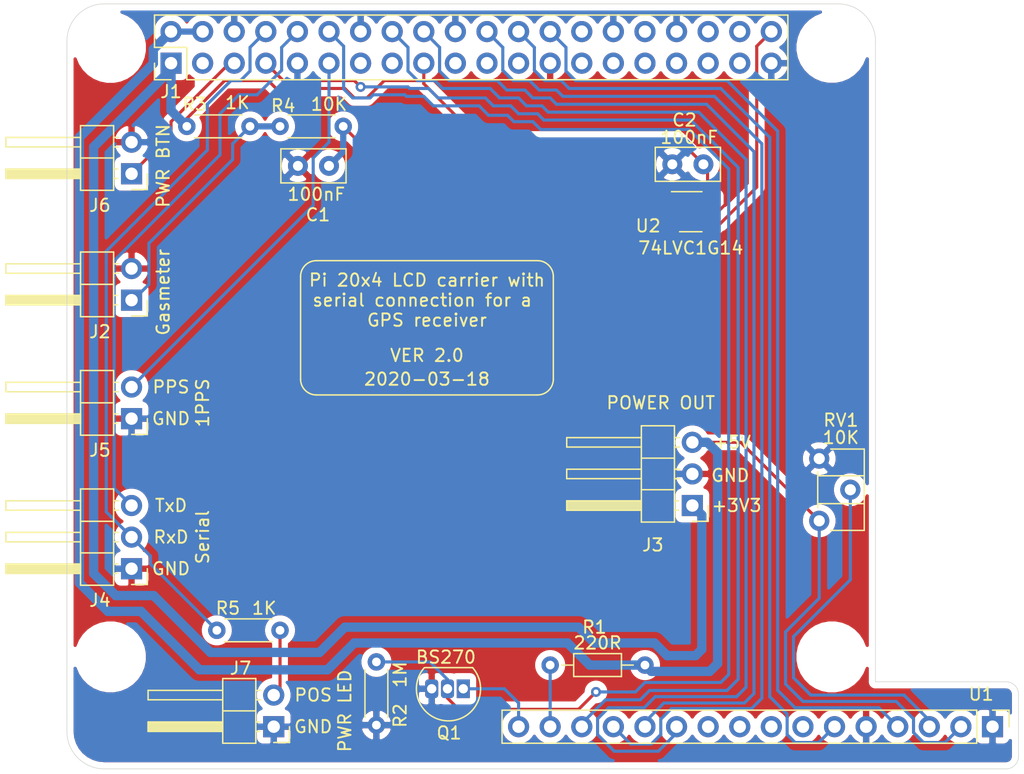
<source format=kicad_pcb>
(kicad_pcb (version 20171130) (host pcbnew 5.1.7-a382d34a8~88~ubuntu18.04.1)
  (layers (0 F.Cu signal) (31 B.Cu signal) (34 B.Paste user) (35 F.Paste user) (36 B.SilkS user) (37 F.SilkS user) (38 B.Mask user) (39 F.Mask user) (44 Edge.Cuts user))
  (net 0 "")
  (net 1 "Net-(C1-Pad1)")
  (net 2 GND)
  (net 3 +3V3)
  (net 4 "Net-(J1-Pad40)")
  (net 5 "Net-(J1-Pad38)")
  (net 6 "Net-(J1-Pad37)")
  (net 7 "Net-(J1-Pad36)")
  (net 8 "Net-(J1-Pad35)")
  (net 9 "Net-(J1-Pad33)")
  (net 10 "Net-(J1-Pad32)")
  (net 11 "Net-(J1-Pad31)")
  (net 12 "Net-(J1-Pad29)")
  (net 13 "Net-(J1-Pad28)")
  (net 14 "Net-(J1-Pad27)")
  (net 15 "Net-(J1-Pad26)")
  (net 16 "Net-(J1-Pad24)")
  (net 17 "Net-(J1-Pad23)")
  (net 18 "Net-(J1-Pad22)")
  (net 19 "Net-(J1-Pad21)")
  (net 20 "Net-(J1-Pad19)")
  (net 21 "Net-(J1-Pad18)")
  (net 22 "Net-(J1-Pad16)")
  (net 23 "Net-(J1-Pad15)")
  (net 24 "Net-(J1-Pad13)")
  (net 25 "Net-(J1-Pad12)")
  (net 26 "Net-(J1-Pad11)")
  (net 27 "Net-(J1-Pad10)")
  (net 28 "Net-(J1-Pad8)")
  (net 29 "Net-(J1-Pad7)")
  (net 30 "Net-(J1-Pad5)")
  (net 31 +5V)
  (net 32 "Net-(J1-Pad3)")
  (net 33 "Net-(J2-Pad1)")
  (net 34 "Net-(J7-Pad2)")
  (net 35 "Net-(R1-Pad2)")
  (net 36 "Net-(U1-Pad10)")
  (net 37 "Net-(U1-Pad9)")
  (net 38 "Net-(U1-Pad8)")
  (net 39 "Net-(U1-Pad7)")
  (net 40 "Net-(RV1-Pad2)")
  (net 41 "Net-(Q1-Pad1)")
  (module Package_TO_SOT_SMD:SOT-23-5_HandSoldering (layer F.Cu) (at 170.653 101.708)
    (fp_text reference U2 (at -3.429 1.143) (layer F.SilkS))
    (fp_text value 74LVC1G14)
    (pad 5 smd rect (at 1.35 -0.95) (size 1.56 0.65) (layers F.Cu F.Paste F.Mask) (net 3 +3V3))
    (pad 4 smd rect (at 1.35 0.95) (size 1.56 0.65) (layers F.Cu F.Paste F.Mask) (net 4 "Net-(J1-Pad40)"))
    (pad 3 smd rect (at -1.35 0.95) (size 1.56 0.65) (layers F.Cu F.Paste F.Mask) (net 2 GND))
    (pad 2 smd rect (at -1.35 0) (size 1.56 0.65) (layers F.Cu F.Paste F.Mask) (net 1 "Net-(C1-Pad1)"))
    (pad 1 smd rect (at -1.35 -0.95) (size 1.56 0.65) (layers F.Cu F.Paste F.Mask))
  )
  (module Capacitor_THT:C_Disc_D5.0mm_W2.5mm_P2.50mm (layer F.Cu) (at 171.669 97.898 180)
    (fp_text reference C2 (at 1.524 3.556) (layer F.SilkS))
    (fp_text value 100N hide)
    (pad 2 thru_hole circle (at 2.5 0 180) (size 1.6 1.6) (drill 0.8) (layers *.Cu *.Mask) (net 2 GND))
    (pad 1 thru_hole circle (at 0 0 180) (size 1.6 1.6) (drill 0.8) (layers *.Cu *.Mask) (net 3 +3V3))
  )
  (module Resistor_THT:R_Axial_DIN0204_L3.6mm_D1.6mm_P5.08mm_Horizontal (layer F.Cu) (at 137.633 135.363 180)
    (fp_text reference R5 (at 4.191 1.778) (layer F.SilkS))
    (fp_text value 1K hide)
    (pad 1 thru_hole circle (at 0 0 180) (size 1.4 1.4) (drill 0.7) (layers *.Cu *.Mask) (net 34 "Net-(J7-Pad2)"))
    (pad 2 thru_hole oval (at 5.08 0 180) (size 1.4 1.4) (drill 0.7) (layers *.Cu *.Mask) (net 28 "Net-(J1-Pad8)"))
  )
  (module Connector_PinHeader_2.54mm:PinHeader_1x02_P2.54mm_Horizontal (layer F.Cu) (at 137.125 143.11 180)
    (fp_text reference J7 (at 2.667 4.699) (layer F.SilkS))
    (fp_text value "PWR LED" hide)
    (pad 2 thru_hole oval (at 0 2.54 180) (size 1.7 1.7) (drill 1) (layers *.Cu *.Mask) (net 34 "Net-(J7-Pad2)"))
    (pad 1 thru_hole rect (at 0 0 180) (size 1.7 1.7) (drill 1) (layers *.Cu *.Mask) (net 2 GND))
  )
  (module Connector_PinHeader_2.54mm:PinHeader_2x20_P2.54mm_Vertical (layer F.Cu) (at 128.87 89.77 90)
    (fp_text reference J1 (at -2.286 0 180) (layer F.SilkS))
    (fp_text value Raspberry_Pi_2_3_4 hide)
    (pad 40 thru_hole oval (at 2.54 48.26 90) (size 1.7 1.7) (drill 1) (layers *.Cu *.Mask) (net 4 "Net-(J1-Pad40)"))
    (pad 39 thru_hole oval (at 0 48.26 90) (size 1.7 1.7) (drill 1) (layers *.Cu *.Mask) (net 2 GND))
    (pad 38 thru_hole oval (at 2.54 45.72 90) (size 1.7 1.7) (drill 1) (layers *.Cu *.Mask) (net 5 "Net-(J1-Pad38)"))
    (pad 37 thru_hole oval (at 0 45.72 90) (size 1.7 1.7) (drill 1) (layers *.Cu *.Mask) (net 6 "Net-(J1-Pad37)"))
    (pad 36 thru_hole oval (at 2.54 43.18 90) (size 1.7 1.7) (drill 1) (layers *.Cu *.Mask) (net 7 "Net-(J1-Pad36)"))
    (pad 35 thru_hole oval (at 0 43.18 90) (size 1.7 1.7) (drill 1) (layers *.Cu *.Mask) (net 8 "Net-(J1-Pad35)"))
    (pad 34 thru_hole oval (at 2.54 40.64 90) (size 1.7 1.7) (drill 1) (layers *.Cu *.Mask) (net 2 GND))
    (pad 33 thru_hole oval (at 0 40.64 90) (size 1.7 1.7) (drill 1) (layers *.Cu *.Mask) (net 9 "Net-(J1-Pad33)"))
    (pad 32 thru_hole oval (at 2.54 38.1 90) (size 1.7 1.7) (drill 1) (layers *.Cu *.Mask) (net 10 "Net-(J1-Pad32)"))
    (pad 31 thru_hole oval (at 0 38.1 90) (size 1.7 1.7) (drill 1) (layers *.Cu *.Mask) (net 11 "Net-(J1-Pad31)"))
    (pad 30 thru_hole oval (at 2.54 35.56 90) (size 1.7 1.7) (drill 1) (layers *.Cu *.Mask) (net 2 GND))
    (pad 29 thru_hole oval (at 0 35.56 90) (size 1.7 1.7) (drill 1) (layers *.Cu *.Mask) (net 12 "Net-(J1-Pad29)"))
    (pad 28 thru_hole oval (at 2.54 33.02 90) (size 1.7 1.7) (drill 1) (layers *.Cu *.Mask) (net 13 "Net-(J1-Pad28)"))
    (pad 27 thru_hole oval (at 0 33.02 90) (size 1.7 1.7) (drill 1) (layers *.Cu *.Mask) (net 14 "Net-(J1-Pad27)"))
    (pad 26 thru_hole oval (at 2.54 30.48 90) (size 1.7 1.7) (drill 1) (layers *.Cu *.Mask) (net 15 "Net-(J1-Pad26)"))
    (pad 25 thru_hole oval (at 0 30.48 90) (size 1.7 1.7) (drill 1) (layers *.Cu *.Mask) (net 2 GND))
    (pad 24 thru_hole oval (at 2.54 27.94 90) (size 1.7 1.7) (drill 1) (layers *.Cu *.Mask) (net 16 "Net-(J1-Pad24)"))
    (pad 23 thru_hole oval (at 0 27.94 90) (size 1.7 1.7) (drill 1) (layers *.Cu *.Mask) (net 17 "Net-(J1-Pad23)"))
    (pad 22 thru_hole oval (at 2.54 25.4 90) (size 1.7 1.7) (drill 1) (layers *.Cu *.Mask) (net 18 "Net-(J1-Pad22)"))
    (pad 21 thru_hole oval (at 0 25.4 90) (size 1.7 1.7) (drill 1) (layers *.Cu *.Mask) (net 19 "Net-(J1-Pad21)"))
    (pad 20 thru_hole oval (at 2.54 22.86 90) (size 1.7 1.7) (drill 1) (layers *.Cu *.Mask) (net 2 GND))
    (pad 19 thru_hole oval (at 0 22.86 90) (size 1.7 1.7) (drill 1) (layers *.Cu *.Mask) (net 20 "Net-(J1-Pad19)"))
    (pad 18 thru_hole oval (at 2.54 20.32 90) (size 1.7 1.7) (drill 1) (layers *.Cu *.Mask) (net 21 "Net-(J1-Pad18)"))
    (pad 17 thru_hole oval (at 0 20.32 90) (size 1.7 1.7) (drill 1) (layers *.Cu *.Mask) (net 3 +3V3))
    (pad 16 thru_hole oval (at 2.54 17.78 90) (size 1.7 1.7) (drill 1) (layers *.Cu *.Mask) (net 22 "Net-(J1-Pad16)"))
    (pad 15 thru_hole oval (at 0 17.78 90) (size 1.7 1.7) (drill 1) (layers *.Cu *.Mask) (net 23 "Net-(J1-Pad15)"))
    (pad 14 thru_hole oval (at 2.54 15.24 90) (size 1.7 1.7) (drill 1) (layers *.Cu *.Mask) (net 2 GND))
    (pad 13 thru_hole oval (at 0 15.24 90) (size 1.7 1.7) (drill 1) (layers *.Cu *.Mask) (net 24 "Net-(J1-Pad13)"))
    (pad 12 thru_hole oval (at 2.54 12.7 90) (size 1.7 1.7) (drill 1) (layers *.Cu *.Mask) (net 25 "Net-(J1-Pad12)"))
    (pad 11 thru_hole oval (at 0 12.7 90) (size 1.7 1.7) (drill 1) (layers *.Cu *.Mask) (net 26 "Net-(J1-Pad11)"))
    (pad 10 thru_hole oval (at 2.54 10.16 90) (size 1.7 1.7) (drill 1) (layers *.Cu *.Mask) (net 27 "Net-(J1-Pad10)"))
    (pad 9 thru_hole oval (at 0 10.16 90) (size 1.7 1.7) (drill 1) (layers *.Cu *.Mask) (net 2 GND))
    (pad 8 thru_hole oval (at 2.54 7.62 90) (size 1.7 1.7) (drill 1) (layers *.Cu *.Mask) (net 28 "Net-(J1-Pad8)"))
    (pad 7 thru_hole oval (at 0 7.62 90) (size 1.7 1.7) (drill 1) (layers *.Cu *.Mask) (net 29 "Net-(J1-Pad7)"))
    (pad 6 thru_hole oval (at 2.54 5.08 90) (size 1.7 1.7) (drill 1) (layers *.Cu *.Mask) (net 2 GND))
    (pad 5 thru_hole oval (at 0 5.08 90) (size 1.7 1.7) (drill 1) (layers *.Cu *.Mask) (net 30 "Net-(J1-Pad5)"))
    (pad 4 thru_hole oval (at 2.54 2.54 90) (size 1.7 1.7) (drill 1) (layers *.Cu *.Mask) (net 31 +5V))
    (pad 3 thru_hole oval (at 0 2.54 90) (size 1.7 1.7) (drill 1) (layers *.Cu *.Mask) (net 32 "Net-(J1-Pad3)"))
    (pad 2 thru_hole oval (at 2.54 0 90) (size 1.7 1.7) (drill 1) (layers *.Cu *.Mask) (net 31 +5V))
    (pad 1 thru_hole rect (at 0 0 90) (size 1.7 1.7) (drill 1) (layers *.Cu *.Mask) (net 3 +3V3))
  )
  (module Connector_PinHeader_2.54mm:PinHeader_1x03_P2.54mm_Horizontal (layer F.Cu) (at 170.78 125.33 180)
    (fp_text reference J3 (at 3.175 -3.175) (layer F.SilkS))
    (fp_text value "Power OUT" hide)
    (pad 1 thru_hole rect (at 0 0 180) (size 1.7 1.7) (drill 1) (layers *.Cu *.Mask) (net 3 +3V3))
    (pad 2 thru_hole oval (at 0 2.54 180) (size 1.7 1.7) (drill 1) (layers *.Cu *.Mask) (net 2 GND))
    (pad 3 thru_hole oval (at 0 5.08 180) (size 1.7 1.7) (drill 1) (layers *.Cu *.Mask) (net 31 +5V))
  )
  (module Connector_PinHeader_2.54mm:PinHeader_1x03_P2.54mm_Horizontal (layer F.Cu) (at 125.695 130.41 180)
    (fp_text reference J4 (at 2.54 -2.54) (layer F.SilkS))
    (fp_text value Serial hide)
    (pad 3 thru_hole oval (at 0 5.08 180) (size 1.7 1.7) (drill 1) (layers *.Cu *.Mask) (net 27 "Net-(J1-Pad10)"))
    (pad 2 thru_hole oval (at 0 2.54 180) (size 1.7 1.7) (drill 1) (layers *.Cu *.Mask) (net 28 "Net-(J1-Pad8)"))
    (pad 1 thru_hole rect (at 0 0 180) (size 1.7 1.7) (drill 1) (layers *.Cu *.Mask) (net 2 GND))
  )
  (module Connector_PinHeader_2.54mm:PinHeader_1x02_P2.54mm_Horizontal (layer F.Cu) (at 125.695 118.345 180)
    (fp_text reference J5 (at 2.54 -2.54) (layer F.SilkS))
    (fp_text value "1PPS in" hide)
    (pad 1 thru_hole rect (at 0 0 180) (size 1.7 1.7) (drill 1) (layers *.Cu *.Mask) (net 2 GND))
    (pad 2 thru_hole oval (at 0 2.54 180) (size 1.7 1.7) (drill 1) (layers *.Cu *.Mask) (net 26 "Net-(J1-Pad11)"))
  )
  (module Connector_PinHeader_2.54mm:PinHeader_1x02_P2.54mm_Horizontal (layer F.Cu) (at 125.695 98.66 180)
    (fp_text reference J6 (at 2.54 -2.54) (layer F.SilkS))
    (fp_text value "POWER BTN" hide)
    (pad 1 thru_hole rect (at 0 0 180) (size 1.7 1.7) (drill 1) (layers *.Cu *.Mask) (net 30 "Net-(J1-Pad5)"))
    (pad 2 thru_hole oval (at 0 2.54 180) (size 1.7 1.7) (drill 1) (layers *.Cu *.Mask) (net 2 GND))
  )
  (module Capacitor_THT:C_Disc_D5.0mm_W2.5mm_P2.50mm (layer F.Cu) (at 141.57 98.025 180)
    (fp_text reference C1 (at 0.889 -3.937 180) (layer F.SilkS))
    (fp_text value 100N hide)
    (pad 1 thru_hole circle (at 0 0 180) (size 1.6 1.6) (drill 0.8) (layers *.Cu *.Mask) (net 1 "Net-(C1-Pad1)"))
    (pad 2 thru_hole circle (at 2.5 0 180) (size 1.6 1.6) (drill 0.8) (layers *.Cu *.Mask) (net 2 GND))
  )
  (module Resistor_THT:R_Axial_DIN0204_L3.6mm_D1.6mm_P5.08mm_Horizontal (layer F.Cu) (at 142.713 94.85 180)
    (fp_text reference R4 (at 4.826 1.651) (layer F.SilkS))
    (fp_text value 10K hide)
    (pad 2 thru_hole oval (at 5.08 0 180) (size 1.4 1.4) (drill 0.7) (layers *.Cu *.Mask) (net 33 "Net-(J2-Pad1)"))
    (pad 1 thru_hole circle (at 0 0 180) (size 1.4 1.4) (drill 0.7) (layers *.Cu *.Mask) (net 1 "Net-(C1-Pad1)"))
  )
  (module Resistor_THT:R_Axial_DIN0204_L3.6mm_D1.6mm_P5.08mm_Horizontal (layer F.Cu) (at 130.14 94.85)
    (fp_text reference R3 (at 0.635 -1.778) (layer F.SilkS))
    (fp_text value 1K hide)
    (pad 2 thru_hole oval (at 5.08 0) (size 1.4 1.4) (drill 0.7) (layers *.Cu *.Mask) (net 33 "Net-(J2-Pad1)"))
    (pad 1 thru_hole circle (at 0 0) (size 1.4 1.4) (drill 0.7) (layers *.Cu *.Mask) (net 3 +3V3))
  )
  (module Connector_PinHeader_2.54mm:PinHeader_1x02_P2.54mm_Horizontal (layer F.Cu) (at 125.695 108.82 180)
    (fp_text reference J2 (at 2.54 -2.54) (layer F.SilkS))
    (fp_text value Gasmeter hide)
    (pad 2 thru_hole oval (at 0 2.54 180) (size 1.7 1.7) (drill 1) (layers *.Cu *.Mask) (net 2 GND))
    (pad 1 thru_hole rect (at 0 0 180) (size 1.7 1.7) (drill 1) (layers *.Cu *.Mask) (net 33 "Net-(J2-Pad1)"))
  )
  (module Resistor_THT:R_Axial_DIN0204_L3.6mm_D1.6mm_P5.08mm_Horizontal (layer F.Cu) (at 145.38 137.903 270)
    (fp_text reference R2 (at 4.318 -1.905 90) (layer F.SilkS))
    (fp_text value 1M hide)
    (pad 2 thru_hole oval (at 5.08 0 270) (size 1.4 1.4) (drill 0.7) (layers *.Cu *.Mask) (net 2 GND))
    (pad 1 thru_hole circle (at 0 0 270) (size 1.4 1.4) (drill 0.7) (layers *.Cu *.Mask) (net 25 "Net-(J1-Pad12)"))
  )
  (module Package_TO_SOT_THT:TO-92L_Inline (layer F.Cu) (at 152.365 140.062 180)
    (fp_text reference Q1 (at 1.143 -3.556) (layer F.SilkS))
    (fp_text value BS270 hide)
    (pad 1 thru_hole rect (at 0 0 180) (size 1.05 1.5) (drill 0.75) (layers *.Cu *.Mask) (net 41 "Net-(Q1-Pad1)"))
    (pad 3 thru_hole roundrect (at 2.54 0 180) (size 1.05 1.5) (drill 0.75) (layers *.Cu *.Mask) (net 2 GND))
    (pad 2 thru_hole roundrect (at 1.27 0 180) (size 1.05 1.5) (drill 0.75) (layers *.Cu *.Mask) (net 25 "Net-(J1-Pad12)"))
  )
  (module Resistor_THT:R_Axial_DIN0204_L3.6mm_D1.6mm_P7.62mm_Horizontal (layer F.Cu) (at 166.97 138.157 180)
    (fp_text reference R1 (at 4.064 3.048) (layer F.SilkS))
    (fp_text value 220R hide)
    (pad 2 thru_hole oval (at 7.62 0 180) (size 1.4 1.4) (drill 0.7) (layers *.Cu *.Mask) (net 35 "Net-(R1-Pad2)"))
    (pad 1 thru_hole circle (at 0 0 180) (size 1.4 1.4) (drill 0.7) (layers *.Cu *.Mask) (net 31 +5V))
  )
  (module Potentiometer_THT:Potentiometer_ACP_CA6-H2,5_Horizontal (layer F.Cu) (at 180.98 121.56)
    (fp_text reference RV1 (at 1.738 -3.088) (layer F.SilkS))
    (fp_text value 10K hide)
    (pad 1 thru_hole circle (at 0 0) (size 1.62 1.62) (drill 0.9) (layers *.Cu *.Mask) (net 2 GND))
    (pad 2 thru_hole circle (at 2.5 2.5) (size 1.62 1.62) (drill 0.9) (layers *.Cu *.Mask) (net 40 "Net-(RV1-Pad2)"))
    (pad 3 thru_hole circle (at 0 5) (size 1.62 1.62) (drill 0.9) (layers *.Cu *.Mask) (net 31 +5V))
  )
  (module Connector_PinHeader_2.54mm:PinHeader_1x16_P2.54mm_Vertical (layer F.Cu) (at 194.91 143.11 270)
    (fp_text reference U1 (at -2.61 0.91 180) (layer F.SilkS))
    (fp_text value LCD_4x20)
    (pad 16 thru_hole oval (at 0 38.1 270) (size 1.7 1.7) (drill 1) (layers *.Cu *.Mask) (net 41 "Net-(Q1-Pad1)"))
    (pad 15 thru_hole oval (at 0 35.56 270) (size 1.7 1.7) (drill 1) (layers *.Cu *.Mask) (net 35 "Net-(R1-Pad2)"))
    (pad 14 thru_hole oval (at 0 33.02 270) (size 1.7 1.7) (drill 1) (layers *.Cu *.Mask) (net 29 "Net-(J1-Pad7)"))
    (pad 13 thru_hole oval (at 0 30.48 270) (size 1.7 1.7) (drill 1) (layers *.Cu *.Mask) (net 18 "Net-(J1-Pad22)"))
    (pad 12 thru_hole oval (at 0 27.94 270) (size 1.7 1.7) (drill 1) (layers *.Cu *.Mask) (net 21 "Net-(J1-Pad18)"))
    (pad 11 thru_hole oval (at 0 25.4 270) (size 1.7 1.7) (drill 1) (layers *.Cu *.Mask) (net 22 "Net-(J1-Pad16)"))
    (pad 10 thru_hole oval (at 0 22.86 270) (size 1.7 1.7) (drill 1) (layers *.Cu *.Mask) (net 36 "Net-(U1-Pad10)"))
    (pad 9 thru_hole oval (at 0 20.32 270) (size 1.7 1.7) (drill 1) (layers *.Cu *.Mask) (net 37 "Net-(U1-Pad9)"))
    (pad 8 thru_hole oval (at 0 17.78 270) (size 1.7 1.7) (drill 1) (layers *.Cu *.Mask) (net 38 "Net-(U1-Pad8)"))
    (pad 7 thru_hole oval (at 0 15.24 270) (size 1.7 1.7) (drill 1) (layers *.Cu *.Mask) (net 39 "Net-(U1-Pad7)"))
    (pad 6 thru_hole oval (at 0 12.7 270) (size 1.7 1.7) (drill 1) (layers *.Cu *.Mask) (net 16 "Net-(J1-Pad24)"))
    (pad 5 thru_hole oval (at 0 10.16 270) (size 1.7 1.7) (drill 1) (layers *.Cu *.Mask) (net 2 GND))
    (pad 4 thru_hole oval (at 0 7.62 270) (size 1.7 1.7) (drill 1) (layers *.Cu *.Mask) (net 15 "Net-(J1-Pad26)"))
    (pad 3 thru_hole oval (at 0 5.08 270) (size 1.7 1.7) (drill 1) (layers *.Cu *.Mask) (net 40 "Net-(RV1-Pad2)"))
    (pad 2 thru_hole oval (at 0 2.54 270) (size 1.7 1.7) (drill 1) (layers *.Cu *.Mask) (net 31 +5V))
    (pad 1 thru_hole rect (at 0 0 270) (size 1.7 1.7) (drill 1) (layers *.Cu *.Mask) (net 2 GND))
  )
  (module MountingHole:MountingHole_2.7mm_M2.5 (layer F.Cu) (at 124 137.5)
    (fp_text reference M4 hide)
    (fp_text value MountingHole_2.7mm_M2.5 hide)
    (pad 1 np_thru_hole circle (at 0 0) (size 2.7 2.7) (drill 2.7) (layers *.Cu *.Mask))
  )
  (module MountingHole:MountingHole_2.7mm_M2.5 (layer F.Cu) (at 182 137.5)
    (fp_text reference M3 hide)
    (fp_text value MountingHole_2.7mm_M2.5 hide)
    (pad 1 np_thru_hole circle (at 0 0) (size 2.7 2.7) (drill 2.7) (layers *.Cu *.Mask))
  )
  (module MountingHole:MountingHole_2.7mm_M2.5 (layer F.Cu) (at 182 88.5)
    (fp_text reference M2 hide)
    (fp_text value MountingHole_2.7mm_M2.5 hide)
    (pad 1 np_thru_hole circle (at 0 0) (size 2.7 2.7) (drill 2.7) (layers *.Cu *.Mask))
  )
  (module MountingHole:MountingHole_2.7mm_M2.5 (layer F.Cu) (at 124 88.5)
    (fp_text reference M1 hide)
    (fp_text value MountingHole_2.7mm_M2.5 hide)
    (pad 1 np_thru_hole circle (at 0 0) (size 2.7 2.7) (drill 2.7) (layers *.Cu *.Mask))
  )
  (gr_text 74LVC1G14 (at 170.653 104.629) (layer F.SilkS) (effects (font (size 1 1))))
  (gr_text 1K (at 136.363 133.585) (layer F.SilkS) (effects (font (size 1 1))))
  (gr_line (start 139.284 106.915) (end 139.284 115.17) (layer F.SilkS) (width 0.12))
  (gr_line (start 159.604 106.915) (end 159.604 115.17) (layer F.SilkS) (width 0.12))
  (gr_text 2020-03-18 (at 149.444 115.17) (layer F.SilkS) (effects (font (size 1 1))))
  (gr_text "VER 2.0" (at 149.444 113.265) (layer F.SilkS) (effects (font (size 1 1))))
  (gr_text 1M (at 147.285 138.919 90) (layer F.SilkS) (effects (font (size 1 1))))
  (gr_text BS270 (at 150.968 137.522) (layer F.SilkS) (effects (font (size 1 1))))
  (gr_text 220R (at 163.16 136.379) (layer F.SilkS) (effects (font (size 1 1))))
  (gr_text 10K (at 182.718 119.869) (layer F.SilkS) (effects (font (size 1 1))))
  (gr_text 1K (at 134.204 92.945) (layer F.SilkS) (effects (font (size 1 1))))
  (gr_text 10K (at 141.57 93.072) (layer F.SilkS) (effects (font (size 1 1))))
  (gr_text 100nF (at 140.554 100.311) (layer F.SilkS) (effects (font (size 1 1))))
  (gr_text 100nF (at 170.526 95.739) (layer F.SilkS) (effects (font (size 1 1))))
  (gr_line (start 158.334 116.44) (end 140.554 116.44) (layer F.SilkS) (width 0.12))
  (gr_arc (start 158.334 115.17) (end 158.334 116.44) (angle -90) (layer F.SilkS) (width 0.12))
  (gr_arc (start 140.554 115.17) (end 139.284 115.17) (angle -90) (layer F.SilkS) (width 0.12))
  (gr_arc (start 140.554 106.915) (end 140.554 105.645) (angle -90) (layer F.SilkS) (width 0.12))
  (gr_arc (start 158.334 106.915) (end 159.604 106.915) (angle -90) (layer F.SilkS) (width 0.12))
  (gr_line (start 140.554 105.645) (end 158.334 105.645) (layer F.SilkS) (width 0.12))
  (gr_text "Pi 20x4 LCD carrier with\nserial connection for a \nGPS receiver" (at 149.444 108.82) (layer F.SilkS) (effects (font (size 1 1))))
  (gr_text POS (at 140.3 140.57) (layer F.SilkS) (effects (font (size 1 1))))
  (gr_text GND (at 140.3 143.11) (layer F.SilkS) (effects (font (size 1 1))))
  (gr_text "PWR LED" (at 142.84 141.84 90) (layer F.SilkS) (effects (font (size 1 1))))
  (gr_text +5V (at 173.955 120.25) (layer F.SilkS) (effects (font (size 1 1))))
  (gr_text +3V3 (at 174.336 125.33) (layer F.SilkS) (effects (font (size 1 1))))
  (gr_text "POWER OUT" (at 168.24 117.075) (layer F.SilkS) (effects (font (size 1 1))))
  (gr_text GND (at 173.828 122.917) (layer F.SilkS) (effects (font (size 1 1))))
  (gr_text TxD (at 128.87 125.33) (layer F.SilkS) (effects (font (size 1 1))))
  (gr_text RxD (at 128.87 127.87) (layer F.SilkS) (effects (font (size 1 1))))
  (gr_text Serial (at 131.41 127.87 90) (layer F.SilkS) (effects (font (size 1 1))))
  (gr_text GND (at 128.87 130.41) (layer F.SilkS) (effects (font (size 1 1))))
  (gr_text GND (at 128.87 118.345) (layer F.SilkS) (effects (font (size 1 1))))
  (gr_text PPS (at 128.87 115.805) (layer F.SilkS) (effects (font (size 1 1))))
  (gr_text 1PPS (at 131.41 117.075 90) (layer F.SilkS) (effects (font (size 1 1))))
  (gr_text "PWR BTN" (at 128.235 98.025 90) (layer F.SilkS) (effects (font (size 1 1))))
  (gr_text Gasmeter (at 128.235 108.185 90) (layer F.SilkS) (effects (font (size 1 1))))
  (gr_line (start 197 144.5) (end 197 145.5) (layer Edge.Cuts) (width 0.05))
  (gr_line (start 120.5 142.5) (end 120.5 143.5) (layer Edge.Cuts) (width 0.05))
  (gr_line (start 196 146.5) (end 123.5 146.5) (layer Edge.Cuts) (width 0.05))
  (gr_line (start 120.5 142.5) (end 120.5 88) (layer Edge.Cuts) (width 0.05))
  (gr_arc (start 123.5 143.5) (end 120.5 143.5) (angle -90) (layer Edge.Cuts) (width 0.05))
  (gr_line (start 197 140.5) (end 197 144.5) (layer Edge.Cuts) (width 0.05))
  (gr_line (start 185.5 139.5) (end 196 139.5) (layer Edge.Cuts) (width 0.05))
  (gr_arc (start 196 145.5) (end 196 146.5) (angle -90) (layer Edge.Cuts) (width 0.05))
  (gr_arc (start 196 140.5) (end 197 140.5) (angle -90) (layer Edge.Cuts) (width 0.05))
  (gr_line (start 185.5 88) (end 185.5 139.5) (layer Edge.Cuts) (width 0.05))
  (gr_line (start 182.5 85) (end 123.5 85) (layer Edge.Cuts) (width 0.05))
  (gr_arc (start 182.5 88) (end 185.5 88) (angle -90) (layer Edge.Cuts) (width 0.05))
  (gr_arc (start 123.5 88) (end 123.5 85) (angle -90) (layer Edge.Cuts) (width 0.05))
  (segment (start 142.713 96.882) (end 141.57 98.025) (width 0.5) (layer B.Cu) (net 1))
  (segment (start 142.713 94.85) (end 142.713 96.882) (width 0.5) (layer B.Cu) (net 1))
  (segment (start 149.571 101.708) (end 142.713 94.85) (width 0.25) (layer F.Cu) (net 1))
  (segment (start 169.303 101.708) (end 149.571 101.708) (width 0.25) (layer F.Cu) (net 1))
  (segment (start 170.408001 99.137001) (end 169.968999 98.697999) (width 0.25) (layer F.Cu) (net 2))
  (segment (start 169.968999 98.697999) (end 169.169 97.898) (width 0.25) (layer F.Cu) (net 2))
  (segment (start 170.043002 102.658) (end 170.408001 102.293001) (width 0.25) (layer F.Cu) (net 2))
  (segment (start 169.303 102.658) (end 170.043002 102.658) (width 0.25) (layer F.Cu) (net 2))
  (segment (start 170.408001 101.590001) (end 170.408001 99.137001) (width 0.25) (layer F.Cu) (net 2))
  (segment (start 170.408001 102.293001) (end 170.408001 101.590001) (width 0.25) (layer F.Cu) (net 2))
  (segment (start 173.955 100.594001) (end 173.955 100.496002) (width 0.25) (layer F.Cu) (net 2))
  (segment (start 172.841001 101.708) (end 173.955 100.594001) (width 0.25) (layer F.Cu) (net 2))
  (segment (start 170.408001 101.590001) (end 170.526 101.708) (width 0.25) (layer F.Cu) (net 2))
  (segment (start 170.526 101.708) (end 172.841001 101.708) (width 0.25) (layer F.Cu) (net 2))
  (segment (start 172.003 98.232) (end 171.669 97.898) (width 0.25) (layer F.Cu) (net 3))
  (segment (start 172.003 100.758) (end 172.003 98.232) (width 0.25) (layer F.Cu) (net 3))
  (segment (start 128.87 93.58) (end 130.14 94.85) (width 0.75) (layer B.Cu) (net 3))
  (segment (start 149.19 91.421) (end 149.19 89.77) (width 0.25) (layer F.Cu) (net 3))
  (segment (start 169.637 95.866) (end 171.669 97.898) (width 0.25) (layer F.Cu) (net 3))
  (segment (start 149.19 91.421) (end 153.635 95.866) (width 0.25) (layer F.Cu) (net 3))
  (segment (start 153.635 95.866) (end 169.637 95.866) (width 0.25) (layer F.Cu) (net 3))
  (segment (start 128.87 89.77) (end 128.87 93.58) (width 0.75) (layer B.Cu) (net 3))
  (segment (start 149.19 91.167) (end 149.19 91.421) (width 0.25) (layer F.Cu) (net 3))
  (segment (start 146.015 91.167) (end 149.19 91.167) (width 0.25) (layer F.Cu) (net 3))
  (segment (start 143.602 92.564) (end 144.618 92.564) (width 0.25) (layer F.Cu) (net 3))
  (segment (start 130.14 94.215) (end 133.188 91.167) (width 0.25) (layer F.Cu) (net 3))
  (segment (start 130.14 94.85) (end 130.14 94.215) (width 0.25) (layer F.Cu) (net 3))
  (segment (start 133.188 91.167) (end 136.6805 91.167) (width 0.25) (layer F.Cu) (net 3))
  (segment (start 144.618 92.564) (end 146.015 91.167) (width 0.25) (layer F.Cu) (net 3))
  (segment (start 136.6805 91.167) (end 137.3155 91.802) (width 0.25) (layer F.Cu) (net 3))
  (segment (start 137.3155 91.802) (end 142.84 91.802) (width 0.25) (layer F.Cu) (net 3))
  (segment (start 142.84 91.802) (end 143.602 92.564) (width 0.25) (layer F.Cu) (net 3))
  (segment (start 122.647 130.791) (end 122.647 96.501) (width 0.75) (layer B.Cu) (net 3))
  (segment (start 124.425 132.569) (end 122.647 130.791) (width 0.75) (layer B.Cu) (net 3))
  (segment (start 127.473 132.569) (end 124.425 132.569) (width 0.75) (layer B.Cu) (net 3))
  (segment (start 132.045 137.141) (end 127.473 132.569) (width 0.75) (layer B.Cu) (net 3))
  (segment (start 142.84 135.109) (end 140.808 137.141) (width 0.75) (layer B.Cu) (net 3))
  (segment (start 161.636 135.109) (end 142.84 135.109) (width 0.75) (layer B.Cu) (net 3))
  (segment (start 122.647 96.501) (end 128.87 90.278) (width 0.75) (layer B.Cu) (net 3))
  (segment (start 170.78 125.33) (end 171.542 126.092) (width 0.75) (layer B.Cu) (net 3))
  (segment (start 171.542 126.092) (end 171.542 136.887) (width 0.75) (layer B.Cu) (net 3))
  (segment (start 171.542 136.887) (end 171.034 137.395) (width 0.75) (layer B.Cu) (net 3))
  (segment (start 162.906 136.379) (end 161.636 135.109) (width 0.75) (layer B.Cu) (net 3))
  (segment (start 171.034 137.395) (end 168.748 137.395) (width 0.75) (layer B.Cu) (net 3))
  (segment (start 168.748 137.395) (end 167.732 136.379) (width 0.75) (layer B.Cu) (net 3))
  (segment (start 140.808 137.141) (end 132.045 137.141) (width 0.75) (layer B.Cu) (net 3))
  (segment (start 167.732 136.379) (end 162.906 136.379) (width 0.75) (layer B.Cu) (net 3))
  (segment (start 176.280001 88.079999) (end 177.13 87.23) (width 0.25) (layer F.Cu) (net 4))
  (segment (start 175.954999 99.736001) (end 175.954999 88.405001) (width 0.25) (layer F.Cu) (net 4))
  (segment (start 175.954999 88.405001) (end 176.280001 88.079999) (width 0.25) (layer F.Cu) (net 4))
  (segment (start 173.033 102.658) (end 175.954999 99.736001) (width 0.25) (layer F.Cu) (net 4))
  (segment (start 172.003 102.658) (end 173.033 102.658) (width 0.25) (layer F.Cu) (net 4))
  (segment (start 185.766 141.586) (end 187.29 143.11) (width 0.25) (layer B.Cu) (net 15))
  (segment (start 179.035 141.586) (end 185.766 141.586) (width 0.25) (layer B.Cu) (net 15))
  (segment (start 177.638 140.189) (end 179.035 141.586) (width 0.25) (layer B.Cu) (net 15))
  (segment (start 160.62 88.5) (end 160.62 90.405) (width 0.25) (layer B.Cu) (net 15))
  (segment (start 160.62 90.405) (end 161.382 91.167) (width 0.25) (layer B.Cu) (net 15))
  (segment (start 159.35 87.23) (end 160.62 88.5) (width 0.25) (layer B.Cu) (net 15))
  (segment (start 161.382 91.167) (end 173.574 91.167) (width 0.25) (layer B.Cu) (net 15))
  (segment (start 173.574 91.167) (end 177.638 95.231) (width 0.25) (layer B.Cu) (net 15))
  (segment (start 177.638 95.231) (end 177.638 140.189) (width 0.25) (layer B.Cu) (net 15))
  (segment (start 160.239 91.167) (end 158.9055 91.167) (width 0.25) (layer B.Cu) (net 16))
  (segment (start 158.08 90.3415) (end 158.08 88.5) (width 0.25) (layer B.Cu) (net 16))
  (segment (start 173.066 91.802) (end 160.874 91.802) (width 0.25) (layer B.Cu) (net 16))
  (segment (start 158.08 88.5) (end 156.81 87.23) (width 0.25) (layer B.Cu) (net 16))
  (segment (start 158.9055 91.167) (end 158.08 90.3415) (width 0.25) (layer B.Cu) (net 16))
  (segment (start 160.874 91.802) (end 160.239 91.167) (width 0.25) (layer B.Cu) (net 16))
  (segment (start 182.21 143.11) (end 180.94 144.38) (width 0.25) (layer B.Cu) (net 16))
  (segment (start 177.003 95.739) (end 173.066 91.802) (width 0.25) (layer B.Cu) (net 16))
  (segment (start 177.003 140.697) (end 177.003 95.739) (width 0.25) (layer B.Cu) (net 16))
  (segment (start 180.94 144.38) (end 179.035 144.38) (width 0.25) (layer B.Cu) (net 16))
  (segment (start 179.035 144.38) (end 178.4 143.745) (width 0.25) (layer B.Cu) (net 16))
  (segment (start 178.4 143.745) (end 178.4 142.094) (width 0.25) (layer B.Cu) (net 16))
  (segment (start 178.4 142.094) (end 177.003 140.697) (width 0.25) (layer B.Cu) (net 16))
  (segment (start 169.091489 141.65501) (end 175.53699 141.65501) (width 0.25) (layer B.Cu) (net 18))
  (segment (start 168.24 142.506499) (end 169.091489 141.65501) (width 0.25) (layer B.Cu) (net 18))
  (segment (start 168.24 143.745) (end 168.24 142.506499) (width 0.25) (layer B.Cu) (net 18))
  (segment (start 165.827 144.507) (end 167.478 144.507) (width 0.25) (layer B.Cu) (net 18))
  (segment (start 155.119999 88.079999) (end 154.27 87.23) (width 0.25) (layer B.Cu) (net 18))
  (segment (start 167.478 144.507) (end 168.24 143.745) (width 0.25) (layer B.Cu) (net 18))
  (segment (start 172.558 92.437) (end 160.366 92.437) (width 0.25) (layer B.Cu) (net 18))
  (segment (start 164.43 143.11) (end 165.827 144.507) (width 0.25) (layer B.Cu) (net 18))
  (segment (start 175.53699 141.65501) (end 176.368 140.824) (width 0.25) (layer B.Cu) (net 18))
  (segment (start 176.368 140.824) (end 176.368 96.247) (width 0.25) (layer B.Cu) (net 18))
  (segment (start 176.368 96.247) (end 172.558 92.437) (width 0.25) (layer B.Cu) (net 18))
  (segment (start 160.366 92.437) (end 159.858 91.929) (width 0.25) (layer B.Cu) (net 18))
  (segment (start 159.858 91.929) (end 158.461 91.929) (width 0.25) (layer B.Cu) (net 18))
  (segment (start 158.461 91.929) (end 157.699 91.167) (width 0.25) (layer B.Cu) (net 18))
  (segment (start 157.699 91.167) (end 156.3655 91.167) (width 0.25) (layer B.Cu) (net 18))
  (segment (start 155.54 88.5) (end 155.119999 88.079999) (width 0.25) (layer B.Cu) (net 18))
  (segment (start 156.3655 91.167) (end 155.54 90.3415) (width 0.25) (layer B.Cu) (net 18))
  (segment (start 155.54 90.3415) (end 155.54 88.5) (width 0.25) (layer B.Cu) (net 18))
  (segment (start 175.733 140.443) (end 175.733 96.882) (width 0.25) (layer B.Cu) (net 21))
  (segment (start 175.733 96.882) (end 171.923 93.072) (width 0.25) (layer B.Cu) (net 21))
  (segment (start 150.039999 88.079999) (end 149.19 87.23) (width 0.25) (layer B.Cu) (net 21))
  (segment (start 174.971 141.205) (end 175.733 140.443) (width 0.25) (layer B.Cu) (net 21))
  (segment (start 168.494 141.205) (end 174.971 141.205) (width 0.25) (layer B.Cu) (net 21))
  (segment (start 150.46 90.405) (end 150.46 88.5) (width 0.25) (layer B.Cu) (net 21))
  (segment (start 166.97 143.11) (end 166.97 142.729) (width 0.25) (layer B.Cu) (net 21))
  (segment (start 166.97 142.729) (end 168.494 141.205) (width 0.25) (layer B.Cu) (net 21))
  (segment (start 171.923 93.072) (end 159.858 93.072) (width 0.25) (layer B.Cu) (net 21))
  (segment (start 157.953 92.564) (end 157.318 91.929) (width 0.25) (layer B.Cu) (net 21))
  (segment (start 159.858 93.072) (end 159.35 92.564) (width 0.25) (layer B.Cu) (net 21))
  (segment (start 157.318 91.929) (end 155.8575 91.929) (width 0.25) (layer B.Cu) (net 21))
  (segment (start 159.35 92.564) (end 157.953 92.564) (width 0.25) (layer B.Cu) (net 21))
  (segment (start 155.0955 91.167) (end 151.222 91.167) (width 0.25) (layer B.Cu) (net 21))
  (segment (start 155.8575 91.929) (end 155.0955 91.167) (width 0.25) (layer B.Cu) (net 21))
  (segment (start 151.222 91.167) (end 150.46 90.405) (width 0.25) (layer B.Cu) (net 21))
  (segment (start 150.46 88.5) (end 150.039999 88.079999) (width 0.25) (layer B.Cu) (net 21))
  (segment (start 150.079 91.167) (end 148.682 91.167) (width 0.25) (layer B.Cu) (net 22))
  (segment (start 155.286 92.564) (end 154.524 91.802) (width 0.25) (layer B.Cu) (net 22))
  (segment (start 163.16 142.475) (end 164.049 141.586) (width 0.25) (layer B.Cu) (net 22))
  (segment (start 163.16 143.745) (end 163.16 142.475) (width 0.25) (layer B.Cu) (net 22))
  (segment (start 164.49901 145.08401) (end 163.16 143.745) (width 0.25) (layer B.Cu) (net 22))
  (segment (start 175.098 97.517) (end 171.288 93.707) (width 0.25) (layer B.Cu) (net 22))
  (segment (start 168.04399 145.08401) (end 164.49901 145.08401) (width 0.25) (layer B.Cu) (net 22))
  (segment (start 150.714 91.802) (end 150.079 91.167) (width 0.25) (layer B.Cu) (net 22))
  (segment (start 169.51 143.11) (end 169.51 143.618) (width 0.25) (layer B.Cu) (net 22))
  (segment (start 147.499999 88.079999) (end 146.65 87.23) (width 0.25) (layer B.Cu) (net 22))
  (segment (start 147.92 88.5) (end 147.499999 88.079999) (width 0.25) (layer B.Cu) (net 22))
  (segment (start 175.098 139.935) (end 175.098 97.517) (width 0.25) (layer B.Cu) (net 22))
  (segment (start 169.51 143.618) (end 168.04399 145.08401) (width 0.25) (layer B.Cu) (net 22))
  (segment (start 164.049 141.586) (end 166.9065 141.586) (width 0.25) (layer B.Cu) (net 22))
  (segment (start 166.9065 141.586) (end 167.7955 140.697) (width 0.25) (layer B.Cu) (net 22))
  (segment (start 147.92 90.405) (end 147.92 88.5) (width 0.25) (layer B.Cu) (net 22))
  (segment (start 148.682 91.167) (end 147.92 90.405) (width 0.25) (layer B.Cu) (net 22))
  (segment (start 167.7955 140.697) (end 174.336 140.697) (width 0.25) (layer B.Cu) (net 22))
  (segment (start 159.19125 93.707) (end 158.68325 93.199) (width 0.25) (layer B.Cu) (net 22))
  (segment (start 154.524 91.802) (end 150.714 91.802) (width 0.25) (layer B.Cu) (net 22))
  (segment (start 156.81 92.564) (end 155.286 92.564) (width 0.25) (layer B.Cu) (net 22))
  (segment (start 174.336 140.697) (end 175.098 139.935) (width 0.25) (layer B.Cu) (net 22))
  (segment (start 171.288 93.707) (end 159.19125 93.707) (width 0.25) (layer B.Cu) (net 22))
  (segment (start 157.445 93.199) (end 156.81 92.564) (width 0.25) (layer B.Cu) (net 22))
  (segment (start 158.68325 93.199) (end 157.445 93.199) (width 0.25) (layer B.Cu) (net 22))
  (segment (start 173.066 139.554) (end 166.97 139.554) (width 0.25) (layer B.Cu) (net 25))
  (segment (start 166.97 139.554) (end 166.208 140.316) (width 0.25) (layer B.Cu) (net 25))
  (segment (start 173.701 138.919) (end 173.066 139.554) (width 0.25) (layer B.Cu) (net 25))
  (segment (start 173.701 98.264998) (end 173.701 138.919) (width 0.25) (layer B.Cu) (net 25))
  (segment (start 170.540002 95.104) (end 173.701 98.264998) (width 0.25) (layer B.Cu) (net 25))
  (segment (start 145.126 92.31) (end 147.666 92.31) (width 0.25) (layer B.Cu) (net 25))
  (segment (start 144.872 92.564) (end 145.126 92.31) (width 0.25) (layer B.Cu) (net 25))
  (segment (start 143.475 92.564) (end 144.872 92.564) (width 0.25) (layer B.Cu) (net 25))
  (segment (start 166.208 140.316) (end 163.033 140.316) (width 0.25) (layer B.Cu) (net 25))
  (segment (start 142.745001 91.834001) (end 143.475 92.564) (width 0.25) (layer B.Cu) (net 25))
  (segment (start 158.588 95.104) (end 170.540002 95.104) (width 0.25) (layer B.Cu) (net 25))
  (segment (start 142.745001 88.405001) (end 142.745001 91.834001) (width 0.25) (layer B.Cu) (net 25))
  (segment (start 147.666 92.31) (end 147.793 92.437) (width 0.25) (layer B.Cu) (net 25))
  (segment (start 141.57 87.23) (end 142.745001 88.405001) (width 0.25) (layer B.Cu) (net 25))
  (segment (start 147.793 92.437) (end 149.19 92.437) (width 0.25) (layer B.Cu) (net 25))
  (segment (start 149.19 92.437) (end 149.952 93.199) (width 0.25) (layer B.Cu) (net 25))
  (segment (start 149.952 93.199) (end 153.635 93.199) (width 0.25) (layer B.Cu) (net 25))
  (segment (start 156.429 94.469) (end 157.953 94.469) (width 0.25) (layer B.Cu) (net 25))
  (segment (start 155.921 93.961) (end 156.429 94.469) (width 0.25) (layer B.Cu) (net 25))
  (segment (start 153.635 93.199) (end 154.397 93.961) (width 0.25) (layer B.Cu) (net 25))
  (segment (start 157.953 94.469) (end 158.588 95.104) (width 0.25) (layer B.Cu) (net 25))
  (segment (start 154.397 93.961) (end 155.921 93.961) (width 0.25) (layer B.Cu) (net 25))
  (segment (start 151.095 139.312) (end 151.095 140.062) (width 0.25) (layer B.Cu) (net 25))
  (segment (start 149.686 137.903) (end 151.095 139.312) (width 0.25) (layer B.Cu) (net 25))
  (segment (start 145.38 137.903) (end 149.686 137.903) (width 0.25) (layer B.Cu) (net 25))
  (segment (start 163.033 140.316) (end 163.033 140.316) (width 0.25) (layer B.Cu) (net 25))
  (via (at 163.033 140.316) (size 0.8) (drill 0.4) (layers F.Cu B.Cu) (net 25))
  (segment (start 151.095 140.812) (end 151.095 140.062) (width 0.25) (layer F.Cu) (net 25))
  (segment (start 151.996 141.713) (end 151.095 140.812) (width 0.25) (layer F.Cu) (net 25))
  (segment (start 161.636 141.713) (end 151.996 141.713) (width 0.25) (layer F.Cu) (net 25))
  (segment (start 163.033 140.316) (end 161.636 141.713) (width 0.25) (layer F.Cu) (net 25))
  (segment (start 126.544999 114.955001) (end 125.695 115.805) (width 0.25) (layer B.Cu) (net 26))
  (segment (start 140.3 97.39) (end 140.3 101.2) (width 0.25) (layer B.Cu) (net 26))
  (segment (start 140.3 101.2) (end 126.544999 114.955001) (width 0.25) (layer B.Cu) (net 26))
  (segment (start 141.57 89.77) (end 141.57 96.12) (width 0.25) (layer B.Cu) (net 26))
  (segment (start 141.57 96.12) (end 140.3 97.39) (width 0.25) (layer B.Cu) (net 26))
  (segment (start 137.76 88.5) (end 138.180001 88.079999) (width 0.25) (layer B.Cu) (net 27))
  (segment (start 137.76 90.3415) (end 137.76 88.5) (width 0.25) (layer B.Cu) (net 27))
  (segment (start 135.7915 92.31) (end 137.76 90.3415) (width 0.25) (layer B.Cu) (net 27))
  (segment (start 124.298 123.933) (end 124.298 105.645) (width 0.25) (layer B.Cu) (net 27))
  (segment (start 125.695 125.33) (end 124.298 123.933) (width 0.25) (layer B.Cu) (net 27))
  (segment (start 138.180001 88.079999) (end 139.03 87.23) (width 0.25) (layer B.Cu) (net 27))
  (segment (start 124.298 105.645) (end 132.807 97.136) (width 0.25) (layer B.Cu) (net 27))
  (segment (start 132.807 93.834) (end 134.331 92.31) (width 0.25) (layer B.Cu) (net 27))
  (segment (start 132.807 97.136) (end 132.807 93.834) (width 0.25) (layer B.Cu) (net 27))
  (segment (start 134.331 92.31) (end 135.7915 92.31) (width 0.25) (layer B.Cu) (net 27))
  (segment (start 124.069989 126.244989) (end 125.695 127.87) (width 0.25) (layer B.Cu) (net 28))
  (segment (start 123.663 104.883) (end 123.663 125.838) (width 0.25) (layer B.Cu) (net 28))
  (segment (start 123.663 125.838) (end 124.069989 126.244989) (width 0.25) (layer B.Cu) (net 28))
  (segment (start 131.791 96.755) (end 123.663 104.883) (width 0.25) (layer B.Cu) (net 28))
  (segment (start 136.49 87.23) (end 135.22 88.5) (width 0.25) (layer B.Cu) (net 28))
  (segment (start 135.22 88.5) (end 135.22 90.405) (width 0.25) (layer B.Cu) (net 28))
  (segment (start 135.22 90.405) (end 134.458 91.167) (width 0.25) (layer B.Cu) (net 28))
  (segment (start 134.458 91.167) (end 133.696 91.167) (width 0.25) (layer B.Cu) (net 28))
  (segment (start 133.696 91.167) (end 131.791 93.072) (width 0.25) (layer B.Cu) (net 28))
  (segment (start 131.791 93.072) (end 131.791 96.755) (width 0.25) (layer B.Cu) (net 28))
  (segment (start 127.219 130.029) (end 132.553 135.363) (width 0.25) (layer B.Cu) (net 28))
  (segment (start 125.695 127.87) (end 127.219 129.394) (width 0.25) (layer B.Cu) (net 28))
  (segment (start 127.219 129.394) (end 127.219 130.029) (width 0.25) (layer B.Cu) (net 28))
  (via (at 144.11 91.675) (size 0.8) (drill 0.4) (layers F.Cu B.Cu) (net 29))
  (segment (start 148.047 91.802) (end 147.92 91.675) (width 0.25) (layer B.Cu) (net 29))
  (segment (start 149.571 91.802) (end 148.047 91.802) (width 0.25) (layer B.Cu) (net 29))
  (segment (start 173.564999 140.198001) (end 174.463 139.3) (width 0.25) (layer B.Cu) (net 29))
  (segment (start 170.653 94.342) (end 158.842 94.342) (width 0.25) (layer B.Cu) (net 29))
  (segment (start 167.341999 140.198001) (end 173.564999 140.198001) (width 0.25) (layer B.Cu) (net 29))
  (segment (start 166.589 140.951) (end 167.341999 140.198001) (width 0.25) (layer B.Cu) (net 29))
  (segment (start 161.89 143.11) (end 161.89 142.856) (width 0.25) (layer B.Cu) (net 29))
  (segment (start 163.795 140.951) (end 166.589 140.951) (width 0.25) (layer B.Cu) (net 29))
  (segment (start 161.89 142.856) (end 163.795 140.951) (width 0.25) (layer B.Cu) (net 29))
  (segment (start 174.463 98.152) (end 170.653 94.342) (width 0.25) (layer B.Cu) (net 29))
  (segment (start 156.81 93.834) (end 156.175 93.199) (width 0.25) (layer B.Cu) (net 29))
  (segment (start 174.463 139.3) (end 174.463 98.152) (width 0.25) (layer B.Cu) (net 29))
  (segment (start 158.842 94.342) (end 158.334 93.834) (width 0.25) (layer B.Cu) (net 29))
  (segment (start 158.334 93.834) (end 156.81 93.834) (width 0.25) (layer B.Cu) (net 29))
  (segment (start 156.175 93.199) (end 154.778 93.199) (width 0.25) (layer B.Cu) (net 29))
  (segment (start 147.92 91.675) (end 144.11 91.675) (width 0.25) (layer B.Cu) (net 29))
  (segment (start 154.778 93.199) (end 154.143 92.564) (width 0.25) (layer B.Cu) (net 29))
  (segment (start 154.143 92.564) (end 150.333 92.564) (width 0.25) (layer B.Cu) (net 29))
  (segment (start 150.333 92.564) (end 149.571 91.802) (width 0.25) (layer B.Cu) (net 29))
  (segment (start 137.887 91.167) (end 136.49 89.77) (width 0.25) (layer F.Cu) (net 29))
  (segment (start 144.11 91.675) (end 143.602 91.167) (width 0.25) (layer F.Cu) (net 29))
  (segment (start 143.602 91.167) (end 137.887 91.167) (width 0.25) (layer F.Cu) (net 29))
  (segment (start 133.569 89.77) (end 133.95 89.77) (width 0.25) (layer F.Cu) (net 30))
  (segment (start 125.695 98.66) (end 128.87 95.485) (width 0.25) (layer F.Cu) (net 30))
  (segment (start 128.87 94.469) (end 133.569 89.77) (width 0.25) (layer F.Cu) (net 30))
  (segment (start 128.87 95.485) (end 128.87 94.469) (width 0.25) (layer F.Cu) (net 30))
  (segment (start 128.87 87.23) (end 131.41 87.23) (width 0.5) (layer B.Cu) (net 31))
  (segment (start 174.67 120.25) (end 170.78 120.25) (width 0.25) (layer F.Cu) (net 31))
  (segment (start 180.98 126.56) (end 174.67 120.25) (width 0.25) (layer F.Cu) (net 31))
  (segment (start 167.478 138.665) (end 166.97 138.157) (width 0.75) (layer B.Cu) (net 31))
  (segment (start 172.812 138.03) (end 172.177 138.665) (width 0.75) (layer B.Cu) (net 31))
  (segment (start 170.78 120.25) (end 171.982081 120.25) (width 0.75) (layer B.Cu) (net 31))
  (segment (start 172.177 138.665) (end 167.478 138.665) (width 0.75) (layer B.Cu) (net 31))
  (segment (start 172.812 121.079919) (end 172.812 138.03) (width 0.75) (layer B.Cu) (net 31))
  (segment (start 171.982081 120.25) (end 172.812 121.079919) (width 0.75) (layer B.Cu) (net 31))
  (segment (start 160.747 136.379) (end 162.525 138.157) (width 0.75) (layer B.Cu) (net 31))
  (segment (start 141.443 138.538) (end 143.602 136.379) (width 0.75) (layer B.Cu) (net 31))
  (segment (start 131.156 138.538) (end 141.443 138.538) (width 0.75) (layer B.Cu) (net 31))
  (segment (start 127.444999 88.655001) (end 127.444999 89.798001) (width 0.75) (layer B.Cu) (net 31))
  (segment (start 126.457 133.839) (end 131.156 138.538) (width 0.75) (layer B.Cu) (net 31))
  (segment (start 121.504 95.739) (end 121.504 131.553) (width 0.75) (layer B.Cu) (net 31))
  (segment (start 123.79 133.839) (end 126.457 133.839) (width 0.75) (layer B.Cu) (net 31))
  (segment (start 162.525 138.157) (end 166.97 138.157) (width 0.75) (layer B.Cu) (net 31))
  (segment (start 128.87 87.23) (end 127.444999 88.655001) (width 0.75) (layer B.Cu) (net 31))
  (segment (start 143.602 136.379) (end 160.747 136.379) (width 0.75) (layer B.Cu) (net 31))
  (segment (start 127.444999 89.798001) (end 121.504 95.739) (width 0.75) (layer B.Cu) (net 31))
  (segment (start 121.504 131.553) (end 123.79 133.839) (width 0.75) (layer B.Cu) (net 31))
  (segment (start 191.1 144.38) (end 191.520001 143.959999) (width 0.25) (layer B.Cu) (net 31))
  (segment (start 189.360998 144.38) (end 191.1 144.38) (width 0.25) (layer B.Cu) (net 31))
  (segment (start 188.56 142.475) (end 188.56 143.579002) (width 0.25) (layer B.Cu) (net 31))
  (segment (start 180.98 132.783) (end 178.273 135.49) (width 0.25) (layer B.Cu) (net 31))
  (segment (start 191.520001 143.959999) (end 192.37 143.11) (width 0.25) (layer B.Cu) (net 31))
  (segment (start 178.273 139.681) (end 179.67 141.078) (width 0.25) (layer B.Cu) (net 31))
  (segment (start 180.98 126.56) (end 180.98 132.783) (width 0.25) (layer B.Cu) (net 31))
  (segment (start 188.56 143.579002) (end 189.360998 144.38) (width 0.25) (layer B.Cu) (net 31))
  (segment (start 178.273 135.49) (end 178.273 139.681) (width 0.25) (layer B.Cu) (net 31))
  (segment (start 179.67 141.078) (end 187.163 141.078) (width 0.25) (layer B.Cu) (net 31))
  (segment (start 187.163 141.078) (end 188.56 142.475) (width 0.25) (layer B.Cu) (net 31))
  (segment (start 135.22 94.85) (end 137.633 94.85) (width 0.5) (layer B.Cu) (net 33))
  (segment (start 133.823 97.517) (end 127.092 104.248) (width 0.25) (layer B.Cu) (net 33))
  (segment (start 135.22 94.85) (end 133.823 96.247) (width 0.25) (layer B.Cu) (net 33))
  (segment (start 125.822 108.82) (end 125.695 108.82) (width 0.25) (layer B.Cu) (net 33))
  (segment (start 127.092 107.55) (end 125.822 108.82) (width 0.25) (layer B.Cu) (net 33))
  (segment (start 127.092 104.248) (end 127.092 107.55) (width 0.25) (layer B.Cu) (net 33))
  (segment (start 133.823 96.247) (end 133.823 97.517) (width 0.25) (layer B.Cu) (net 33))
  (segment (start 137.633 140.062) (end 137.125 140.57) (width 0.25) (layer F.Cu) (net 34))
  (segment (start 137.633 135.363) (end 137.633 140.062) (width 0.25) (layer F.Cu) (net 34))
  (segment (start 159.35 143.11) (end 159.35 138.157) (width 0.25) (layer B.Cu) (net 35))
  (segment (start 189.83 142.602) (end 189.83 143.11) (width 0.25) (layer B.Cu) (net 40))
  (segment (start 183.48 131.299) (end 178.908 135.871) (width 0.25) (layer B.Cu) (net 40))
  (segment (start 183.48 124.06) (end 183.48 131.299) (width 0.25) (layer B.Cu) (net 40))
  (segment (start 178.908 135.871) (end 178.908 139.173) (width 0.25) (layer B.Cu) (net 40))
  (segment (start 180.305 140.57) (end 187.798 140.57) (width 0.25) (layer B.Cu) (net 40))
  (segment (start 178.908 139.173) (end 180.305 140.57) (width 0.25) (layer B.Cu) (net 40))
  (segment (start 187.798 140.57) (end 189.83 142.602) (width 0.25) (layer B.Cu) (net 40))
  (segment (start 156.81 141.205) (end 156.81 143.11) (width 0.25) (layer B.Cu) (net 41))
  (segment (start 152.365 140.062) (end 155.667 140.062) (width 0.25) (layer B.Cu) (net 41))
  (segment (start 155.667 140.062) (end 156.81 141.205) (width 0.25) (layer B.Cu) (net 41))
  (zone (net 2) (net_name GND) (layer B.Cu) (connect_pads (clearance 0.508)) (min_thickness 0.254) (fill yes (arc_segments 32) (thermal_gap 0.508) (thermal_bridge_width 0.508))
    (polygon (pts (xy 186.02 139.3) (xy 197.45 139.3) (xy 197.45 146.92) (xy 119.98 146.92) (xy 119.98 84.69) (xy 186.02 84.69)))
  )
  (zone (net 2) (net_name GND) (layer F.Cu) (connect_pads (clearance 0.508)) (min_thickness 0.254) (fill yes (arc_segments 32) (thermal_gap 0.508) (thermal_bridge_width 0.508))
    (polygon (pts (xy 186.02 139.3) (xy 197.45 139.3) (xy 197.45 146.92) (xy 119.98 146.92) (xy 119.98 84.69) (xy 186.02 84.69)))
  )
)
</source>
